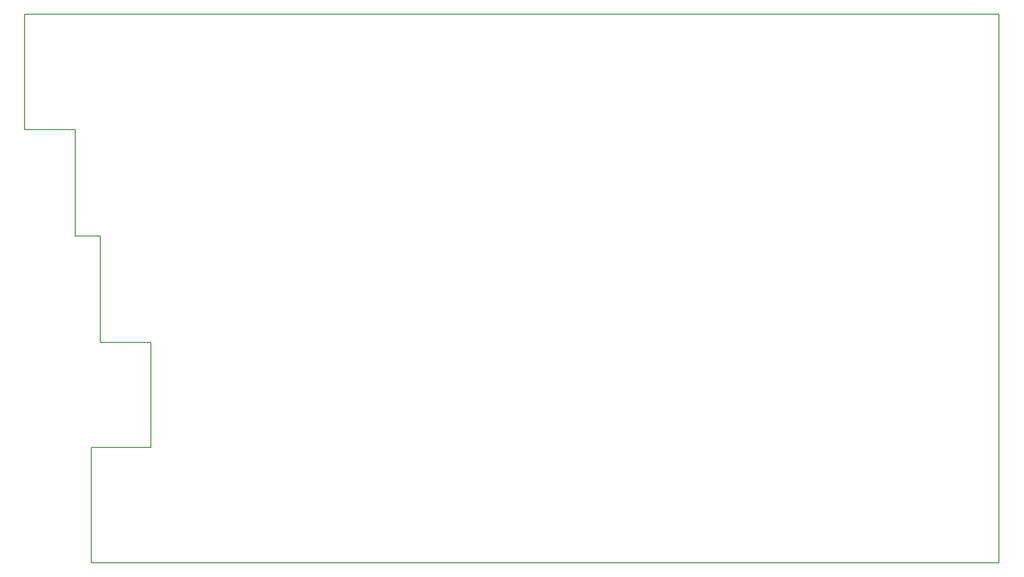
<source format=gbr>
G04 #@! TF.GenerationSoftware,KiCad,Pcbnew,(5.0.2)-1*
G04 #@! TF.CreationDate,2020-05-18T11:18:00+09:00*
G04 #@! TF.ProjectId,eckeyboard,65636b65-7962-46f6-9172-642e6b696361,rev?*
G04 #@! TF.SameCoordinates,Original*
G04 #@! TF.FileFunction,Profile,NP*
%FSLAX46Y46*%
G04 Gerber Fmt 4.6, Leading zero omitted, Abs format (unit mm)*
G04 Created by KiCad (PCBNEW (5.0.2)-1) date 2020/05/18 11:18:00*
%MOMM*%
%LPD*%
G01*
G04 APERTURE LIST*
%ADD10C,0.150000*%
G04 APERTURE END LIST*
D10*
X77100000Y-59600000D02*
X86100000Y-59600000D01*
X251500000Y-137200000D02*
X251500000Y-118150000D01*
X203350000Y-137200000D02*
X251500000Y-137200000D01*
X251500000Y-39000000D02*
X77100000Y-39000000D01*
X251500000Y-118150000D02*
X251500000Y-39000000D01*
X89000000Y-137200000D02*
X203350000Y-137200000D01*
X89000000Y-116500000D02*
X89000000Y-137200000D01*
X99650000Y-116500000D02*
X89000000Y-116500000D01*
X99650000Y-97700000D02*
X99650000Y-116500000D01*
X90600000Y-97700000D02*
X99650000Y-97700000D01*
X90600000Y-78650000D02*
X90600000Y-97700000D01*
X86100000Y-78650000D02*
X90600000Y-78650000D01*
X86100000Y-59600000D02*
X86100000Y-78650000D01*
X77100000Y-39000000D02*
X77100000Y-59600000D01*
M02*

</source>
